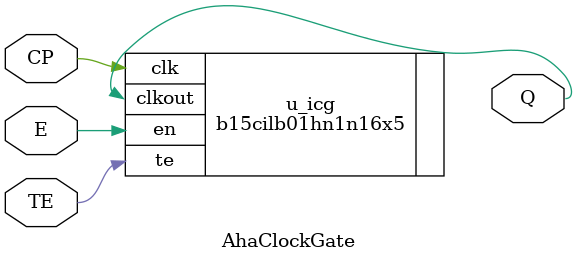
<source format=v>

module AhaClockGate (
    input   wire            TE,
    input   wire            E,
    input   wire            CP,
    output  wire            Q
);
    // Instantiate ICG cell here
    b15cilb01hn1n16x5 u_icg (
        .te                     (TE),
        .en                     (E),
        .clk                    (CP),
        .clkout                 (Q)
    );
endmodule

</source>
